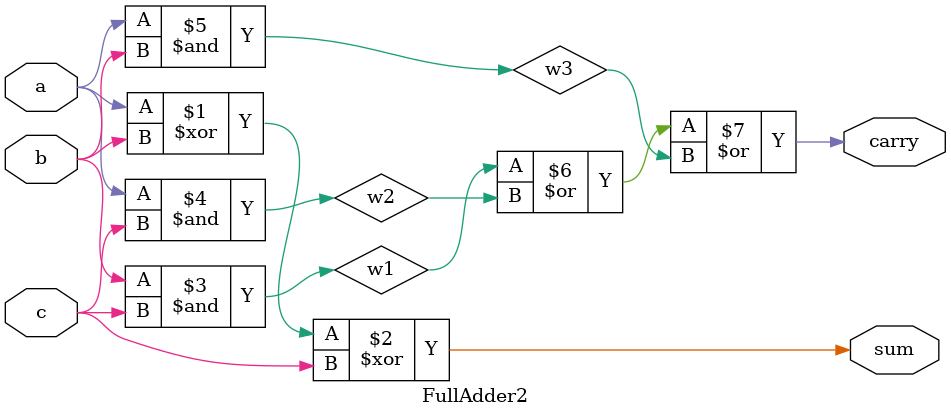
<source format=v>


module FullAdder2(
	input a,b,c,
	output sum,carry
	);
   wire w1,w2,w3;

   xor xo1(sum,a,b,c);
   and a1(w1,b,c);
   and a2(w2,a,c);
   and a3(w3,a,b);
   or o1(carry,w1,w2,w3);

endmodule

	

</source>
